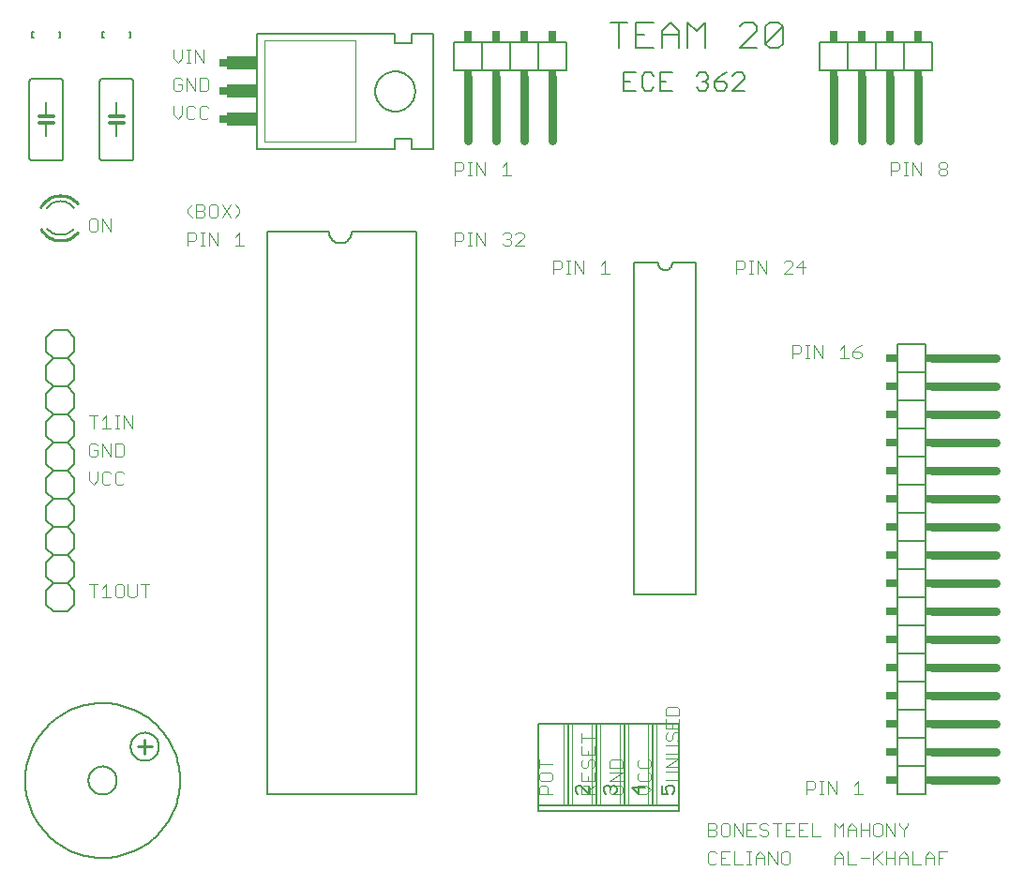
<source format=gto>
G75*
%MOIN*%
%OFA0B0*%
%FSLAX24Y24*%
%IPPOS*%
%LPD*%
%AMOC8*
5,1,8,0,0,1.08239X$1,22.5*
%
%ADD10C,0.0080*%
%ADD11C,0.0060*%
%ADD12C,0.0040*%
%ADD13C,0.0300*%
%ADD14R,0.0200X0.0300*%
%ADD15R,0.0400X0.0300*%
%ADD16R,0.0300X0.0200*%
%ADD17R,0.0300X0.0400*%
%ADD18C,0.0100*%
%ADD19C,0.0020*%
%ADD20C,0.0050*%
%ADD21R,0.0250X0.0300*%
%ADD22R,0.1100X0.0500*%
%ADD23C,0.0120*%
D10*
X021947Y029640D02*
X021947Y030561D01*
X021640Y030561D02*
X022254Y030561D01*
X022561Y030561D02*
X022561Y029640D01*
X023175Y029640D01*
X023482Y029640D02*
X023482Y030254D01*
X023789Y030561D01*
X024095Y030254D01*
X024095Y029640D01*
X024402Y029640D02*
X024402Y030561D01*
X024709Y030254D01*
X025016Y030561D01*
X025016Y029640D01*
X024095Y030100D02*
X023482Y030100D01*
X022868Y030100D02*
X022561Y030100D01*
X022561Y030561D02*
X023175Y030561D01*
X026244Y030407D02*
X026397Y030561D01*
X026704Y030561D01*
X026858Y030407D01*
X026858Y030254D01*
X026244Y029640D01*
X026858Y029640D01*
X027165Y029793D02*
X027779Y030407D01*
X027779Y029793D01*
X027625Y029640D01*
X027318Y029640D01*
X027165Y029793D01*
X027165Y030407D01*
X027318Y030561D01*
X027625Y030561D01*
X027779Y030407D01*
D11*
X003100Y003600D02*
X003102Y003644D01*
X003108Y003688D01*
X003118Y003731D01*
X003131Y003773D01*
X003148Y003814D01*
X003169Y003853D01*
X003193Y003890D01*
X003220Y003925D01*
X003250Y003957D01*
X003283Y003987D01*
X003319Y004013D01*
X003356Y004037D01*
X003396Y004056D01*
X003437Y004073D01*
X003480Y004085D01*
X003523Y004094D01*
X003567Y004099D01*
X003611Y004100D01*
X003655Y004097D01*
X003699Y004090D01*
X003742Y004079D01*
X003784Y004065D01*
X003824Y004047D01*
X003863Y004025D01*
X003899Y004001D01*
X003933Y003973D01*
X003965Y003942D01*
X003994Y003908D01*
X004020Y003872D01*
X004042Y003834D01*
X004061Y003794D01*
X004076Y003752D01*
X004088Y003710D01*
X004096Y003666D01*
X004100Y003622D01*
X004100Y003578D01*
X004096Y003534D01*
X004088Y003490D01*
X004076Y003448D01*
X004061Y003406D01*
X004042Y003366D01*
X004020Y003328D01*
X003994Y003292D01*
X003965Y003258D01*
X003933Y003227D01*
X003899Y003199D01*
X003863Y003175D01*
X003824Y003153D01*
X003784Y003135D01*
X003742Y003121D01*
X003699Y003110D01*
X003655Y003103D01*
X003611Y003100D01*
X003567Y003101D01*
X003523Y003106D01*
X003480Y003115D01*
X003437Y003127D01*
X003396Y003144D01*
X003356Y003163D01*
X003319Y003187D01*
X003283Y003213D01*
X003250Y003243D01*
X003220Y003275D01*
X003193Y003310D01*
X003169Y003347D01*
X003148Y003386D01*
X003131Y003427D01*
X003118Y003469D01*
X003108Y003512D01*
X003102Y003556D01*
X003100Y003600D01*
X000850Y003600D02*
X000852Y003705D01*
X000858Y003809D01*
X000868Y003913D01*
X000882Y004017D01*
X000900Y004120D01*
X000921Y004223D01*
X000947Y004324D01*
X000977Y004425D01*
X001010Y004524D01*
X001047Y004622D01*
X001088Y004719D01*
X001132Y004813D01*
X001180Y004906D01*
X001232Y004998D01*
X001287Y005087D01*
X001345Y005174D01*
X001406Y005258D01*
X001471Y005341D01*
X001539Y005421D01*
X001610Y005498D01*
X001683Y005572D01*
X001760Y005644D01*
X001839Y005712D01*
X001921Y005778D01*
X002005Y005840D01*
X002091Y005899D01*
X002180Y005955D01*
X002271Y006007D01*
X002363Y006056D01*
X002458Y006101D01*
X002554Y006143D01*
X002651Y006181D01*
X002750Y006215D01*
X002850Y006246D01*
X002952Y006272D01*
X003054Y006295D01*
X003157Y006314D01*
X003261Y006329D01*
X003365Y006340D01*
X003469Y006347D01*
X003574Y006350D01*
X003679Y006349D01*
X003783Y006344D01*
X003887Y006335D01*
X003991Y006322D01*
X004095Y006305D01*
X004197Y006284D01*
X004299Y006260D01*
X004400Y006231D01*
X004499Y006199D01*
X004598Y006163D01*
X004695Y006123D01*
X004790Y006079D01*
X004883Y006032D01*
X004975Y005982D01*
X005065Y005927D01*
X005152Y005870D01*
X005238Y005809D01*
X005320Y005745D01*
X005401Y005678D01*
X005479Y005608D01*
X005554Y005535D01*
X005626Y005459D01*
X005695Y005381D01*
X005762Y005300D01*
X005825Y005216D01*
X005885Y005131D01*
X005941Y005042D01*
X005995Y004952D01*
X006044Y004860D01*
X006090Y004766D01*
X006133Y004670D01*
X006172Y004573D01*
X006207Y004475D01*
X006239Y004375D01*
X006266Y004274D01*
X006290Y004172D01*
X006310Y004069D01*
X006326Y003965D01*
X006338Y003861D01*
X006346Y003757D01*
X006350Y003652D01*
X006350Y003548D01*
X006346Y003443D01*
X006338Y003339D01*
X006326Y003235D01*
X006310Y003131D01*
X006290Y003028D01*
X006266Y002926D01*
X006239Y002825D01*
X006207Y002725D01*
X006172Y002627D01*
X006133Y002530D01*
X006090Y002434D01*
X006044Y002340D01*
X005995Y002248D01*
X005941Y002158D01*
X005885Y002069D01*
X005825Y001984D01*
X005762Y001900D01*
X005695Y001819D01*
X005626Y001741D01*
X005554Y001665D01*
X005479Y001592D01*
X005401Y001522D01*
X005320Y001455D01*
X005238Y001391D01*
X005152Y001330D01*
X005065Y001273D01*
X004975Y001218D01*
X004883Y001168D01*
X004790Y001121D01*
X004695Y001077D01*
X004598Y001037D01*
X004499Y001001D01*
X004400Y000969D01*
X004299Y000940D01*
X004197Y000916D01*
X004095Y000895D01*
X003991Y000878D01*
X003887Y000865D01*
X003783Y000856D01*
X003679Y000851D01*
X003574Y000850D01*
X003469Y000853D01*
X003365Y000860D01*
X003261Y000871D01*
X003157Y000886D01*
X003054Y000905D01*
X002952Y000928D01*
X002850Y000954D01*
X002750Y000985D01*
X002651Y001019D01*
X002554Y001057D01*
X002458Y001099D01*
X002363Y001144D01*
X002271Y001193D01*
X002180Y001245D01*
X002091Y001301D01*
X002005Y001360D01*
X001921Y001422D01*
X001839Y001488D01*
X001760Y001556D01*
X001683Y001628D01*
X001610Y001702D01*
X001539Y001779D01*
X001471Y001859D01*
X001406Y001942D01*
X001345Y002026D01*
X001287Y002113D01*
X001232Y002202D01*
X001180Y002294D01*
X001132Y002387D01*
X001088Y002481D01*
X001047Y002578D01*
X001010Y002676D01*
X000977Y002775D01*
X000947Y002876D01*
X000921Y002977D01*
X000900Y003080D01*
X000882Y003183D01*
X000868Y003287D01*
X000858Y003391D01*
X000852Y003495D01*
X000850Y003600D01*
X004600Y004800D02*
X004602Y004844D01*
X004608Y004888D01*
X004618Y004931D01*
X004631Y004973D01*
X004648Y005014D01*
X004669Y005053D01*
X004693Y005090D01*
X004720Y005125D01*
X004750Y005157D01*
X004783Y005187D01*
X004819Y005213D01*
X004856Y005237D01*
X004896Y005256D01*
X004937Y005273D01*
X004980Y005285D01*
X005023Y005294D01*
X005067Y005299D01*
X005111Y005300D01*
X005155Y005297D01*
X005199Y005290D01*
X005242Y005279D01*
X005284Y005265D01*
X005324Y005247D01*
X005363Y005225D01*
X005399Y005201D01*
X005433Y005173D01*
X005465Y005142D01*
X005494Y005108D01*
X005520Y005072D01*
X005542Y005034D01*
X005561Y004994D01*
X005576Y004952D01*
X005588Y004910D01*
X005596Y004866D01*
X005600Y004822D01*
X005600Y004778D01*
X005596Y004734D01*
X005588Y004690D01*
X005576Y004648D01*
X005561Y004606D01*
X005542Y004566D01*
X005520Y004528D01*
X005494Y004492D01*
X005465Y004458D01*
X005433Y004427D01*
X005399Y004399D01*
X005363Y004375D01*
X005324Y004353D01*
X005284Y004335D01*
X005242Y004321D01*
X005199Y004310D01*
X005155Y004303D01*
X005111Y004300D01*
X005067Y004301D01*
X005023Y004306D01*
X004980Y004315D01*
X004937Y004327D01*
X004896Y004344D01*
X004856Y004363D01*
X004819Y004387D01*
X004783Y004413D01*
X004750Y004443D01*
X004720Y004475D01*
X004693Y004510D01*
X004669Y004547D01*
X004648Y004586D01*
X004631Y004627D01*
X004618Y004669D01*
X004608Y004712D01*
X004602Y004756D01*
X004600Y004800D01*
X009450Y003100D02*
X014750Y003100D01*
X014750Y023100D01*
X012450Y023100D01*
X012448Y023061D01*
X012442Y023022D01*
X012433Y022984D01*
X012420Y022947D01*
X012403Y022911D01*
X012383Y022878D01*
X012359Y022846D01*
X012333Y022817D01*
X012304Y022791D01*
X012272Y022767D01*
X012239Y022747D01*
X012203Y022730D01*
X012166Y022717D01*
X012128Y022708D01*
X012089Y022702D01*
X012050Y022700D01*
X012011Y022702D01*
X011972Y022708D01*
X011934Y022717D01*
X011897Y022730D01*
X011861Y022747D01*
X011828Y022767D01*
X011796Y022791D01*
X011767Y022817D01*
X011741Y022846D01*
X011717Y022878D01*
X011697Y022911D01*
X011680Y022947D01*
X011667Y022984D01*
X011658Y023022D01*
X011652Y023061D01*
X011650Y023100D01*
X009450Y023100D01*
X009450Y003100D01*
X002600Y009850D02*
X002350Y009600D01*
X001850Y009600D01*
X001600Y009850D01*
X001600Y010350D01*
X001850Y010600D01*
X001600Y010850D01*
X001600Y011350D01*
X001850Y011600D01*
X002350Y011600D01*
X002600Y011350D01*
X002600Y010850D01*
X002350Y010600D01*
X002600Y010350D01*
X002600Y009850D01*
X002350Y010600D02*
X001850Y010600D01*
X001850Y011600D02*
X001600Y011850D01*
X001600Y012350D01*
X001850Y012600D01*
X001600Y012850D01*
X001600Y013350D01*
X001850Y013600D01*
X001600Y013850D01*
X001600Y014350D01*
X001850Y014600D01*
X002350Y014600D01*
X002600Y014350D01*
X002600Y013850D01*
X002350Y013600D01*
X002600Y013350D01*
X002600Y012850D01*
X002350Y012600D01*
X002600Y012350D01*
X002600Y011850D01*
X002350Y011600D01*
X002350Y012600D02*
X001850Y012600D01*
X001850Y013600D02*
X002350Y013600D01*
X002350Y014600D02*
X002600Y014850D01*
X002600Y015350D01*
X002350Y015600D01*
X002600Y015850D01*
X002600Y016350D01*
X002350Y016600D01*
X002600Y016850D01*
X002600Y017350D01*
X002350Y017600D01*
X001850Y017600D01*
X001600Y017350D01*
X001600Y016850D01*
X001850Y016600D01*
X002350Y016600D01*
X001850Y016600D02*
X001600Y016350D01*
X001600Y015850D01*
X001850Y015600D01*
X002350Y015600D01*
X001850Y015600D02*
X001600Y015350D01*
X001600Y014850D01*
X001850Y014600D01*
X001850Y017600D02*
X001600Y017850D01*
X001600Y018350D01*
X001850Y018600D01*
X001600Y018850D01*
X001600Y019350D01*
X001850Y019600D01*
X002350Y019600D01*
X002600Y019350D01*
X002600Y018850D01*
X002350Y018600D01*
X002600Y018350D01*
X002600Y017850D01*
X002350Y017600D01*
X002350Y018600D02*
X001850Y018600D01*
X001620Y023960D02*
X001649Y023996D01*
X001681Y024030D01*
X001716Y024061D01*
X001752Y024089D01*
X001791Y024114D01*
X001832Y024137D01*
X001874Y024156D01*
X001917Y024172D01*
X001962Y024184D01*
X002008Y024193D01*
X002054Y024198D01*
X002100Y024200D01*
X001626Y023232D02*
X001656Y023197D01*
X001687Y023164D01*
X001722Y023134D01*
X001758Y023107D01*
X001796Y023083D01*
X001836Y023061D01*
X001878Y023043D01*
X001921Y023027D01*
X001965Y023015D01*
X002009Y023007D01*
X002055Y023002D01*
X002100Y023000D01*
X002588Y023949D02*
X002559Y023986D01*
X002527Y024021D01*
X002492Y024054D01*
X002455Y024084D01*
X002416Y024110D01*
X002375Y024133D01*
X002331Y024154D01*
X002287Y024170D01*
X002241Y024183D01*
X002195Y024192D01*
X002147Y024198D01*
X002100Y024200D01*
X002574Y023232D02*
X002544Y023197D01*
X002513Y023164D01*
X002478Y023134D01*
X002442Y023107D01*
X002404Y023083D01*
X002364Y023061D01*
X002322Y023043D01*
X002279Y023027D01*
X002235Y023015D01*
X002191Y023007D01*
X002145Y023002D01*
X002100Y023000D01*
X002100Y025650D02*
X001100Y025650D01*
X001083Y025652D01*
X001066Y025656D01*
X001050Y025663D01*
X001036Y025673D01*
X001023Y025686D01*
X001013Y025700D01*
X001006Y025716D01*
X001002Y025733D01*
X001000Y025750D01*
X001000Y028450D01*
X001002Y028467D01*
X001006Y028484D01*
X001013Y028500D01*
X001023Y028514D01*
X001036Y028527D01*
X001050Y028537D01*
X001066Y028544D01*
X001083Y028548D01*
X001100Y028550D01*
X002100Y028550D01*
X002117Y028548D01*
X002134Y028544D01*
X002150Y028537D01*
X002164Y028527D01*
X002177Y028514D01*
X002187Y028500D01*
X002194Y028484D01*
X002198Y028467D01*
X002200Y028450D01*
X002200Y025750D01*
X002198Y025733D01*
X002194Y025716D01*
X002187Y025700D01*
X002177Y025686D01*
X002164Y025673D01*
X002150Y025663D01*
X002134Y025656D01*
X002117Y025652D01*
X002100Y025650D01*
X001600Y026500D02*
X001600Y026980D01*
X001600Y027230D02*
X001600Y027700D01*
X003500Y028450D02*
X003500Y025750D01*
X003502Y025733D01*
X003506Y025716D01*
X003513Y025700D01*
X003523Y025686D01*
X003536Y025673D01*
X003550Y025663D01*
X003566Y025656D01*
X003583Y025652D01*
X003600Y025650D01*
X004600Y025650D01*
X004617Y025652D01*
X004634Y025656D01*
X004650Y025663D01*
X004664Y025673D01*
X004677Y025686D01*
X004687Y025700D01*
X004694Y025716D01*
X004698Y025733D01*
X004700Y025750D01*
X004700Y028450D01*
X004698Y028467D01*
X004694Y028484D01*
X004687Y028500D01*
X004677Y028514D01*
X004664Y028527D01*
X004650Y028537D01*
X004634Y028544D01*
X004617Y028548D01*
X004600Y028550D01*
X003600Y028550D01*
X003583Y028548D01*
X003566Y028544D01*
X003550Y028537D01*
X003536Y028527D01*
X003523Y028514D01*
X003513Y028500D01*
X003506Y028484D01*
X003502Y028467D01*
X003500Y028450D01*
X004100Y027700D02*
X004100Y027230D01*
X004100Y026980D02*
X004100Y026500D01*
X003650Y030000D02*
X003600Y030000D01*
X003600Y030200D01*
X003650Y030200D01*
X004550Y030200D02*
X004600Y030200D01*
X004600Y030000D01*
X004550Y030000D01*
X002100Y030000D02*
X002050Y030000D01*
X002100Y030000D02*
X002100Y030200D01*
X002050Y030200D01*
X001150Y030200D02*
X001100Y030200D01*
X001100Y030000D01*
X001150Y030000D01*
X009100Y030150D02*
X009100Y026050D01*
X014000Y026050D01*
X014000Y026400D01*
X014600Y026400D01*
X014600Y026050D01*
X015350Y026050D01*
X015350Y030150D01*
X014600Y030150D01*
X014600Y029800D01*
X014000Y029800D01*
X014000Y030150D01*
X009100Y030150D01*
X013290Y028100D02*
X013292Y028153D01*
X013298Y028206D01*
X013308Y028258D01*
X013322Y028309D01*
X013339Y028359D01*
X013360Y028408D01*
X013385Y028455D01*
X013413Y028500D01*
X013445Y028543D01*
X013480Y028583D01*
X013517Y028620D01*
X013557Y028655D01*
X013600Y028687D01*
X013645Y028715D01*
X013692Y028740D01*
X013741Y028761D01*
X013791Y028778D01*
X013842Y028792D01*
X013894Y028802D01*
X013947Y028808D01*
X014000Y028810D01*
X014053Y028808D01*
X014106Y028802D01*
X014158Y028792D01*
X014209Y028778D01*
X014259Y028761D01*
X014308Y028740D01*
X014355Y028715D01*
X014400Y028687D01*
X014443Y028655D01*
X014483Y028620D01*
X014520Y028583D01*
X014555Y028543D01*
X014587Y028500D01*
X014615Y028455D01*
X014640Y028408D01*
X014661Y028359D01*
X014678Y028309D01*
X014692Y028258D01*
X014702Y028206D01*
X014708Y028153D01*
X014710Y028100D01*
X014708Y028047D01*
X014702Y027994D01*
X014692Y027942D01*
X014678Y027891D01*
X014661Y027841D01*
X014640Y027792D01*
X014615Y027745D01*
X014587Y027700D01*
X014555Y027657D01*
X014520Y027617D01*
X014483Y027580D01*
X014443Y027545D01*
X014400Y027513D01*
X014355Y027485D01*
X014308Y027460D01*
X014259Y027439D01*
X014209Y027422D01*
X014158Y027408D01*
X014106Y027398D01*
X014053Y027392D01*
X014000Y027390D01*
X013947Y027392D01*
X013894Y027398D01*
X013842Y027408D01*
X013791Y027422D01*
X013741Y027439D01*
X013692Y027460D01*
X013645Y027485D01*
X013600Y027513D01*
X013557Y027545D01*
X013517Y027580D01*
X013480Y027617D01*
X013445Y027657D01*
X013413Y027700D01*
X013385Y027745D01*
X013360Y027792D01*
X013339Y027841D01*
X013322Y027891D01*
X013308Y027942D01*
X013298Y027994D01*
X013292Y028047D01*
X013290Y028100D01*
X016100Y028850D02*
X017100Y028850D01*
X018100Y028850D01*
X019100Y028850D01*
X020100Y028850D01*
X020100Y029850D01*
X019100Y029850D01*
X018100Y029850D01*
X017100Y029850D01*
X016100Y029850D01*
X016100Y028850D01*
X017100Y028850D02*
X017100Y029850D01*
X018100Y029850D02*
X018100Y028850D01*
X019100Y028850D02*
X019100Y029850D01*
X022130Y028771D02*
X022130Y028130D01*
X022557Y028130D01*
X022775Y028237D02*
X022881Y028130D01*
X023095Y028130D01*
X023202Y028237D01*
X023419Y028130D02*
X023846Y028130D01*
X023633Y028450D02*
X023419Y028450D01*
X023202Y028664D02*
X023095Y028771D01*
X022881Y028771D01*
X022775Y028664D01*
X022775Y028237D01*
X022344Y028450D02*
X022130Y028450D01*
X022130Y028771D02*
X022557Y028771D01*
X023419Y028771D02*
X023419Y028130D01*
X023419Y028771D02*
X023846Y028771D01*
X024708Y028664D02*
X024815Y028771D01*
X025028Y028771D01*
X025135Y028664D01*
X025135Y028557D01*
X025028Y028450D01*
X025135Y028344D01*
X025135Y028237D01*
X025028Y028130D01*
X024815Y028130D01*
X024708Y028237D01*
X024922Y028450D02*
X025028Y028450D01*
X025353Y028450D02*
X025566Y028664D01*
X025780Y028771D01*
X025997Y028664D02*
X026104Y028771D01*
X026318Y028771D01*
X026424Y028664D01*
X026424Y028557D01*
X025997Y028130D01*
X026424Y028130D01*
X025780Y028237D02*
X025673Y028130D01*
X025460Y028130D01*
X025353Y028237D01*
X025353Y028450D01*
X025673Y028450D01*
X025780Y028344D01*
X025780Y028237D01*
X029100Y028850D02*
X030100Y028850D01*
X031100Y028850D01*
X032100Y028850D01*
X033100Y028850D01*
X033100Y029850D01*
X032100Y029850D01*
X031100Y029850D01*
X030100Y029850D01*
X029100Y029850D01*
X029100Y028850D01*
X030100Y028850D02*
X030100Y029850D01*
X031100Y029850D02*
X031100Y028850D01*
X032100Y028850D02*
X032100Y029850D01*
X024700Y022000D02*
X023850Y022000D01*
X023848Y021970D01*
X023843Y021940D01*
X023834Y021911D01*
X023821Y021884D01*
X023806Y021858D01*
X023787Y021834D01*
X023766Y021813D01*
X023742Y021794D01*
X023716Y021779D01*
X023689Y021766D01*
X023660Y021757D01*
X023630Y021752D01*
X023600Y021750D01*
X023570Y021752D01*
X023540Y021757D01*
X023511Y021766D01*
X023484Y021779D01*
X023458Y021794D01*
X023434Y021813D01*
X023413Y021834D01*
X023394Y021858D01*
X023379Y021884D01*
X023366Y021911D01*
X023357Y021940D01*
X023352Y021970D01*
X023350Y022000D01*
X022500Y022000D01*
X022500Y010200D01*
X024700Y010200D01*
X024700Y022000D01*
X031850Y019100D02*
X031850Y018100D01*
X031850Y017100D01*
X031850Y016100D01*
X031850Y015100D01*
X031850Y014100D01*
X031850Y013100D01*
X031850Y012100D01*
X031850Y011100D01*
X031850Y010100D01*
X031850Y009100D01*
X031850Y008100D01*
X031850Y007100D01*
X031850Y006100D01*
X031850Y005100D01*
X031850Y004100D01*
X031850Y003100D01*
X032850Y003100D01*
X032850Y004100D01*
X032850Y005100D01*
X032850Y006100D01*
X032850Y007100D01*
X032850Y008100D01*
X032850Y009100D01*
X032850Y010100D01*
X032850Y011100D01*
X032850Y012100D01*
X032850Y013100D01*
X032850Y014100D01*
X032850Y015100D01*
X032850Y016100D01*
X032850Y017100D01*
X032850Y018100D01*
X032850Y019100D01*
X031850Y019100D01*
X031850Y018100D02*
X032850Y018100D01*
X032850Y017100D02*
X031850Y017100D01*
X031850Y016100D02*
X032850Y016100D01*
X032850Y015100D02*
X031850Y015100D01*
X031850Y014100D02*
X032850Y014100D01*
X032850Y013100D02*
X031850Y013100D01*
X031850Y012100D02*
X032850Y012100D01*
X032850Y011100D02*
X031850Y011100D01*
X031850Y010100D02*
X032850Y010100D01*
X032850Y009100D02*
X031850Y009100D01*
X031850Y008100D02*
X032850Y008100D01*
X032850Y007100D02*
X031850Y007100D01*
X031850Y006100D02*
X032850Y006100D01*
X032850Y005100D02*
X031850Y005100D01*
X031850Y004100D02*
X032850Y004100D01*
X024100Y002700D02*
X024100Y002500D01*
X019100Y002500D01*
X019100Y002700D01*
X020000Y002700D01*
X020150Y002700D01*
X020150Y005600D01*
X020300Y005600D01*
X021000Y005600D01*
X021150Y005600D01*
X021150Y002700D01*
X021300Y002700D01*
X022000Y002700D01*
X022150Y002700D01*
X022150Y005600D01*
X022300Y005600D01*
X023000Y005600D01*
X023150Y005600D01*
X023150Y002700D01*
X023300Y002700D01*
X024100Y002700D01*
X024100Y005600D01*
X023300Y005600D01*
X023150Y005600D01*
X022150Y005600D02*
X022000Y005600D01*
X021300Y005600D01*
X021150Y005600D01*
X020150Y005600D02*
X020000Y005600D01*
X019100Y005600D01*
X019100Y002700D01*
X020150Y002700D02*
X020300Y002700D01*
X021000Y002700D01*
X021150Y002700D01*
X022150Y002700D02*
X022300Y002700D01*
X023000Y002700D01*
X023150Y002700D01*
D12*
X022927Y003120D02*
X023080Y003273D01*
X022927Y003427D01*
X022620Y003427D01*
X022696Y003580D02*
X023003Y003580D01*
X023080Y003657D01*
X023080Y003811D01*
X023003Y003887D01*
X023003Y004041D02*
X023080Y004118D01*
X023080Y004271D01*
X023003Y004348D01*
X022696Y004348D02*
X022620Y004271D01*
X022620Y004118D01*
X022696Y004041D01*
X023003Y004041D01*
X022696Y003887D02*
X022620Y003811D01*
X022620Y003657D01*
X022696Y003580D01*
X022080Y003580D02*
X021620Y003580D01*
X022080Y003887D01*
X021620Y003887D01*
X021620Y004041D02*
X021620Y004271D01*
X021696Y004348D01*
X022003Y004348D01*
X022080Y004271D01*
X022080Y004041D01*
X021620Y004041D01*
X021080Y004118D02*
X021080Y004271D01*
X021003Y004348D01*
X020927Y004348D01*
X020850Y004271D01*
X020850Y004118D01*
X020773Y004041D01*
X020696Y004041D01*
X020620Y004118D01*
X020620Y004271D01*
X020696Y004348D01*
X020620Y004501D02*
X021080Y004501D01*
X021080Y004808D01*
X020850Y004655D02*
X020850Y004501D01*
X020620Y004501D02*
X020620Y004808D01*
X020620Y004962D02*
X020620Y005268D01*
X020620Y005115D02*
X021080Y005115D01*
X021080Y004118D02*
X021003Y004041D01*
X021080Y003887D02*
X021080Y003580D01*
X020620Y003580D01*
X020620Y003887D01*
X020850Y003734D02*
X020850Y003580D01*
X020850Y003427D02*
X020927Y003350D01*
X020927Y003120D01*
X021080Y003120D02*
X020620Y003120D01*
X020620Y003350D01*
X020696Y003427D01*
X020850Y003427D01*
X020927Y003273D02*
X021080Y003427D01*
X021620Y003350D02*
X021620Y003197D01*
X021696Y003120D01*
X022003Y003120D01*
X022080Y003197D01*
X022080Y003350D01*
X022003Y003427D01*
X021850Y003427D01*
X021850Y003273D01*
X021696Y003427D02*
X021620Y003350D01*
X022620Y003120D02*
X022927Y003120D01*
X023620Y003620D02*
X024003Y003620D01*
X024080Y003697D01*
X024080Y003850D01*
X024003Y003927D01*
X023620Y003927D01*
X023620Y004080D02*
X024080Y004387D01*
X023620Y004387D01*
X023620Y004541D02*
X024003Y004541D01*
X024080Y004618D01*
X024080Y004771D01*
X024003Y004848D01*
X023620Y004848D01*
X023696Y005001D02*
X023773Y005001D01*
X023850Y005078D01*
X023850Y005231D01*
X023927Y005308D01*
X024003Y005308D01*
X024080Y005231D01*
X024080Y005078D01*
X024003Y005001D01*
X023696Y005001D02*
X023620Y005078D01*
X023620Y005231D01*
X023696Y005308D01*
X023620Y005462D02*
X024080Y005462D01*
X024080Y005768D01*
X024080Y005922D02*
X024080Y006152D01*
X024003Y006229D01*
X023696Y006229D01*
X023620Y006152D01*
X023620Y005922D01*
X024080Y005922D01*
X023850Y005615D02*
X023850Y005462D01*
X023620Y005462D02*
X023620Y005768D01*
X023620Y004080D02*
X024080Y004080D01*
X025120Y002080D02*
X025350Y002080D01*
X025427Y002004D01*
X025427Y001927D01*
X025350Y001850D01*
X025120Y001850D01*
X025120Y001620D02*
X025350Y001620D01*
X025427Y001697D01*
X025427Y001773D01*
X025350Y001850D01*
X025580Y001697D02*
X025657Y001620D01*
X025811Y001620D01*
X025887Y001697D01*
X025887Y002004D01*
X025811Y002080D01*
X025657Y002080D01*
X025580Y002004D01*
X025580Y001697D01*
X025120Y001620D02*
X025120Y002080D01*
X026041Y002080D02*
X026041Y001620D01*
X026348Y001620D02*
X026041Y002080D01*
X026348Y002080D02*
X026348Y001620D01*
X026501Y001620D02*
X026808Y001620D01*
X026962Y001697D02*
X027038Y001620D01*
X027192Y001620D01*
X027268Y001697D01*
X027268Y001773D01*
X027192Y001850D01*
X027038Y001850D01*
X026962Y001927D01*
X026962Y002004D01*
X027038Y002080D01*
X027192Y002080D01*
X027268Y002004D01*
X027422Y002080D02*
X027729Y002080D01*
X027882Y002080D02*
X027882Y001620D01*
X028189Y001620D01*
X028343Y001620D02*
X028650Y001620D01*
X028803Y001620D02*
X029110Y001620D01*
X028803Y001620D02*
X028803Y002080D01*
X028650Y002080D02*
X028343Y002080D01*
X028343Y001620D01*
X028343Y001850D02*
X028496Y001850D01*
X028189Y002080D02*
X027882Y002080D01*
X027882Y001850D02*
X028036Y001850D01*
X027575Y001620D02*
X027575Y002080D01*
X026808Y002080D02*
X026501Y002080D01*
X026501Y001620D01*
X026501Y001850D02*
X026655Y001850D01*
X026655Y001080D02*
X026501Y001080D01*
X026578Y001080D02*
X026578Y000620D01*
X026501Y000620D02*
X026655Y000620D01*
X026808Y000620D02*
X026808Y000927D01*
X026962Y001080D01*
X027115Y000927D01*
X027115Y000620D01*
X027268Y000620D02*
X027268Y001080D01*
X027575Y000620D01*
X027575Y001080D01*
X027729Y001004D02*
X027729Y000697D01*
X027806Y000620D01*
X027959Y000620D01*
X028036Y000697D01*
X028036Y001004D01*
X027959Y001080D01*
X027806Y001080D01*
X027729Y001004D01*
X027115Y000850D02*
X026808Y000850D01*
X026348Y000620D02*
X026041Y000620D01*
X026041Y001080D01*
X025887Y001080D02*
X025580Y001080D01*
X025580Y000620D01*
X025887Y000620D01*
X025734Y000850D02*
X025580Y000850D01*
X025427Y000697D02*
X025350Y000620D01*
X025197Y000620D01*
X025120Y000697D01*
X025120Y001004D01*
X025197Y001080D01*
X025350Y001080D01*
X025427Y001004D01*
X028620Y003120D02*
X028620Y003580D01*
X028850Y003580D01*
X028927Y003504D01*
X028927Y003350D01*
X028850Y003273D01*
X028620Y003273D01*
X029080Y003120D02*
X029234Y003120D01*
X029157Y003120D02*
X029157Y003580D01*
X029080Y003580D02*
X029234Y003580D01*
X029387Y003580D02*
X029694Y003120D01*
X029694Y003580D01*
X029387Y003580D02*
X029387Y003120D01*
X030308Y003120D02*
X030615Y003120D01*
X030462Y003120D02*
X030462Y003580D01*
X030308Y003427D01*
X030234Y002080D02*
X030387Y001927D01*
X030387Y001620D01*
X030541Y001620D02*
X030541Y002080D01*
X030541Y001850D02*
X030848Y001850D01*
X031001Y001697D02*
X031001Y002004D01*
X031078Y002080D01*
X031231Y002080D01*
X031308Y002004D01*
X031308Y001697D01*
X031231Y001620D01*
X031078Y001620D01*
X031001Y001697D01*
X030848Y001620D02*
X030848Y002080D01*
X030387Y001850D02*
X030080Y001850D01*
X030080Y001927D02*
X030080Y001620D01*
X029927Y001620D02*
X029927Y002080D01*
X029773Y001927D01*
X029620Y002080D01*
X029620Y001620D01*
X030080Y001927D02*
X030234Y002080D01*
X030080Y001080D02*
X030080Y000620D01*
X030387Y000620D01*
X030541Y000850D02*
X030848Y000850D01*
X031001Y000773D02*
X031308Y001080D01*
X031462Y001080D02*
X031462Y000620D01*
X031308Y000620D02*
X031078Y000850D01*
X031001Y001080D02*
X031001Y000620D01*
X031462Y000850D02*
X031768Y000850D01*
X031922Y000850D02*
X032229Y000850D01*
X032229Y000927D02*
X032229Y000620D01*
X032382Y000620D02*
X032689Y000620D01*
X032843Y000620D02*
X032843Y000927D01*
X032996Y001080D01*
X033150Y000927D01*
X033150Y000620D01*
X033303Y000620D02*
X033303Y001080D01*
X033610Y001080D01*
X033457Y000850D02*
X033303Y000850D01*
X033150Y000850D02*
X032843Y000850D01*
X032382Y001080D02*
X032382Y000620D01*
X032229Y000927D02*
X032075Y001080D01*
X031922Y000927D01*
X031922Y000620D01*
X031768Y000620D02*
X031768Y001080D01*
X031768Y001620D02*
X031768Y002080D01*
X031922Y002080D02*
X031922Y002004D01*
X032075Y001850D01*
X032075Y001620D01*
X032075Y001850D02*
X032229Y002004D01*
X032229Y002080D01*
X031768Y001620D02*
X031462Y002080D01*
X031462Y001620D01*
X029927Y000927D02*
X029927Y000620D01*
X029927Y000850D02*
X029620Y000850D01*
X029620Y000927D02*
X029773Y001080D01*
X029927Y000927D01*
X029620Y000927D02*
X029620Y000620D01*
X019580Y003120D02*
X019120Y003120D01*
X019120Y003350D01*
X019196Y003427D01*
X019350Y003427D01*
X019427Y003350D01*
X019427Y003120D01*
X019503Y003580D02*
X019196Y003580D01*
X019120Y003657D01*
X019120Y003811D01*
X019196Y003887D01*
X019503Y003887D01*
X019580Y003811D01*
X019580Y003657D01*
X019503Y003580D01*
X019120Y004041D02*
X019120Y004348D01*
X019120Y004194D02*
X019580Y004194D01*
X005115Y010120D02*
X005115Y010580D01*
X004962Y010580D02*
X005268Y010580D01*
X004808Y010580D02*
X004808Y010197D01*
X004731Y010120D01*
X004578Y010120D01*
X004501Y010197D01*
X004501Y010580D01*
X004348Y010504D02*
X004271Y010580D01*
X004118Y010580D01*
X004041Y010504D01*
X004041Y010197D01*
X004118Y010120D01*
X004271Y010120D01*
X004348Y010197D01*
X004348Y010504D01*
X003887Y010120D02*
X003580Y010120D01*
X003734Y010120D02*
X003734Y010580D01*
X003580Y010427D01*
X003427Y010580D02*
X003120Y010580D01*
X003273Y010580D02*
X003273Y010120D01*
X003273Y014120D02*
X003427Y014273D01*
X003427Y014580D01*
X003580Y014504D02*
X003580Y014197D01*
X003657Y014120D01*
X003811Y014120D01*
X003887Y014197D01*
X004041Y014197D02*
X004041Y014504D01*
X004118Y014580D01*
X004271Y014580D01*
X004348Y014504D01*
X004348Y014197D02*
X004271Y014120D01*
X004118Y014120D01*
X004041Y014197D01*
X003887Y014504D02*
X003811Y014580D01*
X003657Y014580D01*
X003580Y014504D01*
X003273Y014120D02*
X003120Y014273D01*
X003120Y014580D01*
X003197Y015120D02*
X003350Y015120D01*
X003427Y015197D01*
X003427Y015350D01*
X003273Y015350D01*
X003120Y015197D02*
X003197Y015120D01*
X003120Y015197D02*
X003120Y015504D01*
X003197Y015580D01*
X003350Y015580D01*
X003427Y015504D01*
X003580Y015580D02*
X003887Y015120D01*
X003887Y015580D01*
X004041Y015580D02*
X004271Y015580D01*
X004348Y015504D01*
X004348Y015197D01*
X004271Y015120D01*
X004041Y015120D01*
X004041Y015580D01*
X003580Y015580D02*
X003580Y015120D01*
X003580Y016120D02*
X003887Y016120D01*
X003734Y016120D02*
X003734Y016580D01*
X003580Y016427D01*
X003427Y016580D02*
X003120Y016580D01*
X003273Y016580D02*
X003273Y016120D01*
X004041Y016120D02*
X004194Y016120D01*
X004118Y016120D02*
X004118Y016580D01*
X004194Y016580D02*
X004041Y016580D01*
X004348Y016580D02*
X004655Y016120D01*
X004655Y016580D01*
X004348Y016580D02*
X004348Y016120D01*
X006620Y022620D02*
X006620Y023080D01*
X006850Y023080D01*
X006927Y023004D01*
X006927Y022850D01*
X006850Y022773D01*
X006620Y022773D01*
X007080Y022620D02*
X007234Y022620D01*
X007157Y022620D02*
X007157Y023080D01*
X007080Y023080D02*
X007234Y023080D01*
X007387Y023080D02*
X007694Y022620D01*
X007694Y023080D01*
X007387Y023080D02*
X007387Y022620D01*
X008308Y022620D02*
X008615Y022620D01*
X008462Y022620D02*
X008462Y023080D01*
X008308Y022927D01*
X008308Y023620D02*
X008462Y023773D01*
X008462Y023927D01*
X008308Y024080D01*
X008155Y024080D02*
X007848Y023620D01*
X007694Y023697D02*
X007694Y024004D01*
X007618Y024080D01*
X007464Y024080D01*
X007387Y024004D01*
X007387Y023697D01*
X007464Y023620D01*
X007618Y023620D01*
X007694Y023697D01*
X007848Y024080D02*
X008155Y023620D01*
X007234Y023697D02*
X007157Y023620D01*
X006927Y023620D01*
X006927Y024080D01*
X007157Y024080D01*
X007234Y024004D01*
X007234Y023927D01*
X007157Y023850D01*
X006927Y023850D01*
X007157Y023850D02*
X007234Y023773D01*
X007234Y023697D01*
X006773Y023620D02*
X006620Y023773D01*
X006620Y023927D01*
X006773Y024080D01*
X003887Y023580D02*
X003887Y023120D01*
X003580Y023580D01*
X003580Y023120D01*
X003427Y023197D02*
X003427Y023504D01*
X003350Y023580D01*
X003197Y023580D01*
X003120Y023504D01*
X003120Y023197D01*
X003197Y023120D01*
X003350Y023120D01*
X003427Y023197D01*
X006273Y027120D02*
X006427Y027273D01*
X006427Y027580D01*
X006580Y027504D02*
X006657Y027580D01*
X006811Y027580D01*
X006887Y027504D01*
X007041Y027504D02*
X007041Y027197D01*
X007118Y027120D01*
X007271Y027120D01*
X007348Y027197D01*
X007348Y027504D02*
X007271Y027580D01*
X007118Y027580D01*
X007041Y027504D01*
X006887Y027197D02*
X006811Y027120D01*
X006657Y027120D01*
X006580Y027197D01*
X006580Y027504D01*
X006120Y027580D02*
X006120Y027273D01*
X006273Y027120D01*
X006197Y028120D02*
X006350Y028120D01*
X006427Y028197D01*
X006427Y028350D01*
X006273Y028350D01*
X006120Y028197D02*
X006120Y028504D01*
X006197Y028580D01*
X006350Y028580D01*
X006427Y028504D01*
X006580Y028580D02*
X006580Y028120D01*
X006887Y028120D02*
X006887Y028580D01*
X007041Y028580D02*
X007271Y028580D01*
X007348Y028504D01*
X007348Y028197D01*
X007271Y028120D01*
X007041Y028120D01*
X007041Y028580D01*
X006580Y028580D02*
X006887Y028120D01*
X006197Y028120D02*
X006120Y028197D01*
X006273Y029120D02*
X006427Y029273D01*
X006427Y029580D01*
X006580Y029580D02*
X006734Y029580D01*
X006657Y029580D02*
X006657Y029120D01*
X006580Y029120D02*
X006734Y029120D01*
X006887Y029120D02*
X006887Y029580D01*
X007194Y029120D01*
X007194Y029580D01*
X006273Y029120D02*
X006120Y029273D01*
X006120Y029580D01*
X016120Y025580D02*
X016120Y025120D01*
X016120Y025273D02*
X016350Y025273D01*
X016427Y025350D01*
X016427Y025504D01*
X016350Y025580D01*
X016120Y025580D01*
X016580Y025580D02*
X016734Y025580D01*
X016657Y025580D02*
X016657Y025120D01*
X016580Y025120D02*
X016734Y025120D01*
X016887Y025120D02*
X016887Y025580D01*
X017194Y025120D01*
X017194Y025580D01*
X017808Y025427D02*
X017962Y025580D01*
X017962Y025120D01*
X018115Y025120D02*
X017808Y025120D01*
X017885Y023080D02*
X018038Y023080D01*
X018115Y023004D01*
X018115Y022927D01*
X018038Y022850D01*
X018115Y022773D01*
X018115Y022697D01*
X018038Y022620D01*
X017885Y022620D01*
X017808Y022697D01*
X017962Y022850D02*
X018038Y022850D01*
X017808Y023004D02*
X017885Y023080D01*
X018268Y023004D02*
X018345Y023080D01*
X018499Y023080D01*
X018575Y023004D01*
X018575Y022927D01*
X018268Y022620D01*
X018575Y022620D01*
X019620Y022080D02*
X019620Y021620D01*
X019620Y021773D02*
X019850Y021773D01*
X019927Y021850D01*
X019927Y022004D01*
X019850Y022080D01*
X019620Y022080D01*
X020080Y022080D02*
X020234Y022080D01*
X020157Y022080D02*
X020157Y021620D01*
X020080Y021620D02*
X020234Y021620D01*
X020387Y021620D02*
X020387Y022080D01*
X020694Y021620D01*
X020694Y022080D01*
X021308Y021927D02*
X021462Y022080D01*
X021462Y021620D01*
X021615Y021620D02*
X021308Y021620D01*
X017194Y022620D02*
X017194Y023080D01*
X016887Y023080D02*
X016887Y022620D01*
X016734Y022620D02*
X016580Y022620D01*
X016657Y022620D02*
X016657Y023080D01*
X016580Y023080D02*
X016734Y023080D01*
X016887Y023080D02*
X017194Y022620D01*
X016427Y022850D02*
X016350Y022773D01*
X016120Y022773D01*
X016120Y022620D02*
X016120Y023080D01*
X016350Y023080D01*
X016427Y023004D01*
X016427Y022850D01*
X026120Y022080D02*
X026120Y021620D01*
X026120Y021773D02*
X026350Y021773D01*
X026427Y021850D01*
X026427Y022004D01*
X026350Y022080D01*
X026120Y022080D01*
X026580Y022080D02*
X026734Y022080D01*
X026657Y022080D02*
X026657Y021620D01*
X026580Y021620D02*
X026734Y021620D01*
X026887Y021620D02*
X026887Y022080D01*
X027194Y021620D01*
X027194Y022080D01*
X027808Y022004D02*
X027885Y022080D01*
X028038Y022080D01*
X028115Y022004D01*
X028115Y021927D01*
X027808Y021620D01*
X028115Y021620D01*
X028268Y021850D02*
X028575Y021850D01*
X028499Y021620D02*
X028499Y022080D01*
X028268Y021850D01*
X028350Y019080D02*
X028120Y019080D01*
X028120Y018620D01*
X028120Y018773D02*
X028350Y018773D01*
X028427Y018850D01*
X028427Y019004D01*
X028350Y019080D01*
X028580Y019080D02*
X028734Y019080D01*
X028657Y019080D02*
X028657Y018620D01*
X028580Y018620D02*
X028734Y018620D01*
X028887Y018620D02*
X028887Y019080D01*
X029194Y018620D01*
X029194Y019080D01*
X029808Y018927D02*
X029962Y019080D01*
X029962Y018620D01*
X030115Y018620D02*
X029808Y018620D01*
X030268Y018697D02*
X030345Y018620D01*
X030499Y018620D01*
X030575Y018697D01*
X030575Y018773D01*
X030499Y018850D01*
X030268Y018850D01*
X030268Y018697D01*
X030268Y018850D02*
X030422Y019004D01*
X030575Y019080D01*
X031620Y025120D02*
X031620Y025580D01*
X031850Y025580D01*
X031927Y025504D01*
X031927Y025350D01*
X031850Y025273D01*
X031620Y025273D01*
X032080Y025120D02*
X032234Y025120D01*
X032157Y025120D02*
X032157Y025580D01*
X032080Y025580D02*
X032234Y025580D01*
X032387Y025580D02*
X032694Y025120D01*
X032694Y025580D01*
X032387Y025580D02*
X032387Y025120D01*
X033308Y025197D02*
X033308Y025273D01*
X033385Y025350D01*
X033538Y025350D01*
X033615Y025273D01*
X033615Y025197D01*
X033538Y025120D01*
X033385Y025120D01*
X033308Y025197D01*
X033385Y025350D02*
X033308Y025427D01*
X033308Y025504D01*
X033385Y025580D01*
X033538Y025580D01*
X033615Y025504D01*
X033615Y025427D01*
X033538Y025350D01*
D13*
X032600Y026350D02*
X032600Y028600D01*
X031600Y028600D02*
X031600Y026350D01*
X030600Y026350D02*
X030600Y028600D01*
X029600Y028600D02*
X029600Y026350D01*
X033100Y018600D02*
X035350Y018600D01*
X035350Y017600D02*
X033100Y017600D01*
X033100Y016600D02*
X035350Y016600D01*
X035350Y015600D02*
X033100Y015600D01*
X033100Y014600D02*
X035350Y014600D01*
X035350Y013600D02*
X033100Y013600D01*
X033100Y012600D02*
X035350Y012600D01*
X035350Y011600D02*
X033100Y011600D01*
X033100Y010600D02*
X035350Y010600D01*
X035350Y009600D02*
X033100Y009600D01*
X033100Y008600D02*
X035350Y008600D01*
X035350Y007600D02*
X033100Y007600D01*
X033100Y006600D02*
X035350Y006600D01*
X035350Y005600D02*
X033100Y005600D01*
X033100Y004600D02*
X035350Y004600D01*
X035350Y003600D02*
X033100Y003600D01*
X019600Y026350D02*
X019600Y028600D01*
X018600Y028600D02*
X018600Y026350D01*
X017600Y026350D02*
X017600Y028600D01*
X016600Y028600D02*
X016600Y026350D01*
D14*
X032950Y018600D03*
X032950Y017600D03*
X032950Y016600D03*
X032950Y015600D03*
X032950Y014600D03*
X032950Y013600D03*
X032950Y012600D03*
X032950Y011600D03*
X032950Y010600D03*
X032950Y009600D03*
X032950Y008600D03*
X032950Y007600D03*
X032950Y006600D03*
X032950Y005600D03*
X032950Y004600D03*
X032950Y003600D03*
D15*
X031650Y003600D03*
X031650Y004600D03*
X031650Y005600D03*
X031650Y006600D03*
X031650Y007600D03*
X031650Y008600D03*
X031650Y009600D03*
X031650Y010600D03*
X031650Y011600D03*
X031650Y012600D03*
X031650Y013600D03*
X031650Y014600D03*
X031650Y015600D03*
X031650Y016600D03*
X031650Y017600D03*
X031650Y018600D03*
D16*
X031600Y028750D03*
X030600Y028750D03*
X029600Y028750D03*
X032600Y028750D03*
X019600Y028750D03*
X018600Y028750D03*
X017600Y028750D03*
X016600Y028750D03*
D17*
X016600Y030050D03*
X017600Y030050D03*
X018600Y030050D03*
X019600Y030050D03*
X029600Y030050D03*
X030600Y030050D03*
X031600Y030050D03*
X032600Y030050D03*
D18*
X005350Y004800D02*
X004850Y004800D01*
X005100Y005050D02*
X005100Y004550D01*
X001394Y023976D02*
X001421Y024023D01*
X001451Y024068D01*
X001484Y024111D01*
X001520Y024151D01*
X001559Y024189D01*
X001600Y024224D01*
X001643Y024257D01*
X001688Y024286D01*
X001736Y024312D01*
X001785Y024335D01*
X001835Y024355D01*
X001886Y024371D01*
X001939Y024384D01*
X001992Y024393D01*
X002046Y024398D01*
X002100Y024400D01*
X001405Y023203D02*
X001435Y023155D01*
X001468Y023110D01*
X001504Y023067D01*
X001542Y023026D01*
X001584Y022989D01*
X001628Y022954D01*
X001674Y022923D01*
X001723Y022894D01*
X001773Y022870D01*
X001825Y022849D01*
X001879Y022831D01*
X001933Y022818D01*
X001988Y022808D01*
X002044Y022802D01*
X002100Y022800D01*
X002153Y022802D01*
X002207Y022807D01*
X002259Y022816D01*
X002311Y022828D01*
X002362Y022844D01*
X002412Y022863D01*
X002461Y022886D01*
X002508Y022912D01*
X002553Y022940D01*
X002596Y022972D01*
X002636Y023006D01*
X002675Y023044D01*
X002711Y023083D01*
X002715Y024112D02*
X002679Y024152D01*
X002640Y024190D01*
X002599Y024225D01*
X002556Y024257D01*
X002511Y024287D01*
X002464Y024313D01*
X002415Y024335D01*
X002364Y024355D01*
X002313Y024371D01*
X002261Y024384D01*
X002207Y024393D01*
X002154Y024398D01*
X002100Y024400D01*
D19*
X009350Y026300D02*
X012600Y026300D01*
X012600Y029900D01*
X009350Y029900D01*
X009350Y026300D01*
X020000Y005600D02*
X020000Y002700D01*
X020300Y002700D02*
X020300Y005600D01*
X021000Y005600D02*
X021000Y002700D01*
X021300Y002700D02*
X021300Y005600D01*
X022000Y005600D02*
X022000Y002700D01*
X022300Y002700D02*
X022300Y005600D01*
X023000Y005600D02*
X023000Y002700D01*
X023300Y002700D02*
X023300Y005600D01*
D20*
X023475Y003425D02*
X023475Y003125D01*
X023700Y003125D01*
X023625Y003275D01*
X023625Y003350D01*
X023700Y003425D01*
X023850Y003425D01*
X023925Y003350D01*
X023925Y003200D01*
X023850Y003125D01*
X022875Y003350D02*
X022425Y003350D01*
X022650Y003125D01*
X022650Y003425D01*
X021875Y003350D02*
X021875Y003200D01*
X021800Y003125D01*
X021650Y003275D02*
X021650Y003350D01*
X021725Y003425D01*
X021800Y003425D01*
X021875Y003350D01*
X021650Y003350D02*
X021575Y003425D01*
X021500Y003425D01*
X021425Y003350D01*
X021425Y003200D01*
X021500Y003125D01*
X020875Y003125D02*
X020575Y003425D01*
X020500Y003425D01*
X020425Y003350D01*
X020425Y003200D01*
X020500Y003125D01*
X020875Y003125D02*
X020875Y003425D01*
D21*
X007875Y027100D03*
X007875Y028100D03*
X007875Y029100D03*
D22*
X008550Y029100D03*
X008550Y028100D03*
X008550Y027100D03*
D23*
X004350Y026980D02*
X004100Y026980D01*
X003850Y026980D01*
X003850Y027230D02*
X004100Y027230D01*
X004350Y027230D01*
X001850Y027230D02*
X001600Y027230D01*
X001350Y027230D01*
X001350Y026980D02*
X001600Y026980D01*
X001850Y026980D01*
M02*

</source>
